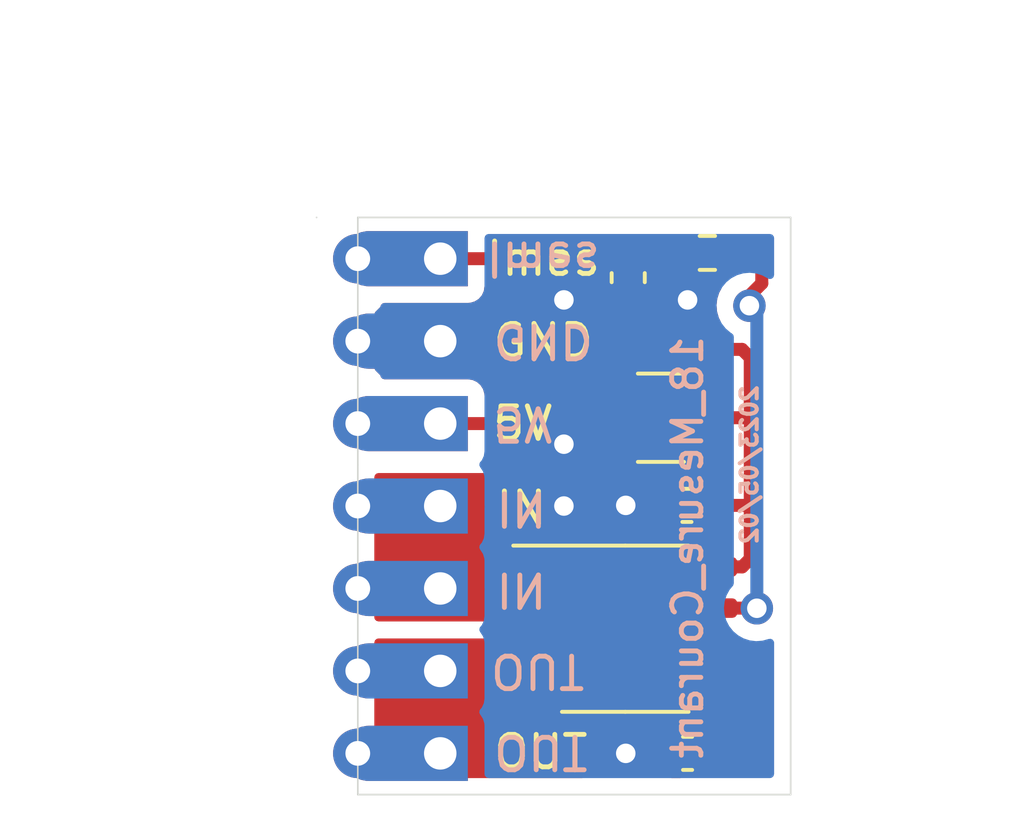
<source format=kicad_pcb>
(kicad_pcb (version 20211014) (generator pcbnew)
  (layers (0 "F.Cu" signal) (31 "B.Cu" signal) (34 "B.Paste" user) (35 "F.Paste" user) (36 "B.SilkS" user "B.Silkscreen") (37 "F.SilkS" user "F.Silkscreen") (38 "B.Mask" user) (39 "F.Mask" user) (44 "Edge.Cuts" user))
  (net 0 "")
  (net 1 "GND")
  (net 2 "5V")
  (net 3 "Net-(R1-Pad1)")
  (net 4 "I_mes")
  (net 5 "Net-(C4-Pad1)")
  (net 6 "P_IN")
  (net 7 "P_OUT")
  (footprint "Resistor_SMD:R_0603_1608Metric" (layer "F.Cu") (at 112.3696 65.8622 180)
    (fp_text reference "R1" hide)
    (fp_text value "1k")
    (fp_line (start -0.237258 -0.5225) (end 0.237258 -0.5225) (layer "F.SilkS") (width 0.12))
    (fp_line (start -0.237258 0.5225) (end 0.237258 0.5225) (layer "F.SilkS") (width 0.12))
    (pad "1" smd roundrect (at -0.825 0 180) (size 0.8 0.95) (layers "F.Cu" "F.Paste" "F.Mask") (net 3 "Net-(R1-Pad1)"))
    (pad "2" smd roundrect (at 0.825 0 180) (size 0.8 0.95) (layers "F.Cu" "F.Paste" "F.Mask") (net 4 "I_mes"))
  )
  (footprint "Capacitor_SMD:C_0603_1608Metric" (layer "F.Cu") (at 111.74 73.64 180)
    (fp_text reference "C1" hide)
    (fp_text value "50V 100nF X7R ±10%")
    (fp_line (start -0.14058 -0.51) (end 0.14058 -0.51) (layer "F.SilkS") (width 0.12))
    (fp_line (start -0.14058 0.51) (end 0.14058 0.51) (layer "F.SilkS") (width 0.12))
    (pad "1" smd roundrect (at -0.775 0 180) (size 0.9 0.95) (layers "F.Cu" "F.Paste" "F.Mask") (net 2 "5V"))
    (pad "2" smd roundrect (at 0.775 0 180) (size 0.9 0.95) (layers "F.Cu" "F.Paste" "F.Mask") (net 1 "GND"))
  )
  (footprint "Capacitor_SMD:C_1210_3225Metric" (layer "F.Cu") (at 110.94 70.94 180)
    (fp_text reference "C2" hide)
    (fp_text value "50V 10uF X7R ±10%")
    (fp_line (start -0.711252 1.36) (end 0.711252 1.36) (layer "F.SilkS") (width 0.12))
    (fp_line (start -0.711252 -1.36) (end 0.711252 -1.36) (layer "F.SilkS") (width 0.12))
    (pad "1" smd roundrect (at -1.475 0 180) (size 1.15 2.7) (layers "F.Cu" "F.Paste" "F.Mask") (roundrect_rratio 0.217391) (net 2 "5V"))
    (pad "2" smd roundrect (at 1.475 0 180) (size 1.15 2.7) (layers "F.Cu" "F.Paste" "F.Mask") (roundrect_rratio 0.217391) (net 1 "GND"))
  )
  (footprint "Capacitor_SMD:C_0603_1608Metric" (layer "F.Cu") (at 111.76 81.28 180)
    (fp_text reference "C4" hide)
    (fp_text value "50V 1nF X7R ±10%")
    (fp_line (start -0.14058 0.51) (end 0.14058 0.51) (layer "F.SilkS") (width 0.12))
    (fp_line (start -0.14058 -0.51) (end 0.14058 -0.51) (layer "F.SilkS") (width 0.12))
    (pad "1" smd roundrect (at -0.775 0 180) (size 0.9 0.95) (layers "F.Cu" "F.Paste" "F.Mask") (net 5 "Net-(C4-Pad1)"))
    (pad "2" smd roundrect (at 0.775 0 180) (size 0.9 0.95) (layers "F.Cu" "F.Paste" "F.Mask") (net 1 "GND"))
  )
  (footprint "Package_SO:SOIC-8_3.9x4.9mm_P1.27mm" (layer "F.Cu") (at 109.84 77.44)
    (fp_text reference "U1" hide)
    (fp_text value "ACS712xLCTR-20A")
    (fp_line (start 0 -2.56) (end 1.95 -2.56) (layer "F.SilkS") (width 0.12))
    (fp_line (start 0 -2.56) (end -3.45 -2.56) (layer "F.SilkS") (width 0.12))
    (fp_line (start 0 2.56) (end 1.95 2.56) (layer "F.SilkS") (width 0.12))
    (fp_line (start 0 2.56) (end -1.95 2.56) (layer "F.SilkS") (width 0.12))
    (pad "1" smd roundrect (at -2.475 -1.905) (size 1.95 0.6) (layers "F.Cu" "F.Paste" "F.Mask") (net 6 "P_IN"))
    (pad "2" smd roundrect (at -2.475 -0.635) (size 1.95 0.6) (layers "F.Cu" "F.Paste" "F.Mask") (net 6 "P_IN"))
    (pad "3" smd roundrect (at -2.475 0.635) (size 1.95 0.6) (layers "F.Cu" "F.Paste" "F.Mask") (net 7 "P_OUT"))
    (pad "4" smd roundrect (at -2.475 1.905) (size 1.95 0.6) (layers "F.Cu" "F.Paste" "F.Mask") (net 7 "P_OUT"))
    (pad "5" smd roundrect (at 2.475 1.905) (size 1.95 0.6) (layers "F.Cu" "F.Paste" "F.Mask") (net 1 "GND"))
    (pad "6" smd roundrect (at 2.475 0.635) (size 1.95 0.6) (layers "F.Cu" "F.Paste" "F.Mask") (net 5 "Net-(C4-Pad1)"))
    (pad "7" smd roundrect (at 2.475 -0.635) (size 1.95 0.6) (layers "F.Cu" "F.Paste" "F.Mask") (net 3 "Net-(R1-Pad1)"))
    (pad "8" smd roundrect (at 2.475 -1.905) (size 1.95 0.6) (layers "F.Cu" "F.Paste" "F.Mask") (net 2 "5V"))
  )
  (footprint "Chimere_mods:Castellated_conn" (layer "F.Cu") (at 104.14 66.04 180)
    (fp_text reference "J1" hide)
    (fp_text value "Conn_01x01")
    (pad "1" thru_hole custom (at 0 0 180) (size 1.7 1.7) (drill 1) (layers *.Cu *.Mask) (net 4 "I_mes") (options (clearance outline) (anchor rect)) (primitives (gr_line (start 0 0) (end 2.2 0) (width 1.7))))
    (pad "1" thru_hole circle (at 2.54 0 180) (size 1.524 1.524) (drill 0.762) (layers *.Cu *.Mask) (net 4 "I_mes"))
  )
  (footprint "Chimere_mods:Castellated_conn" (layer "F.Cu") (at 104.14 68.58 180)
    (fp_text reference "J2" hide)
    (fp_text value "Conn_01x01")
    (pad "1" thru_hole circle (at 2.54 0 180) (size 1.524 1.524) (drill 0.762) (layers *.Cu *.Mask) (net 1 "GND"))
    (pad "1" thru_hole custom (at 0 0 180) (size 1.7 1.7) (drill 1) (layers *.Cu *.Mask) (net 1 "GND") (options (clearance outline) (anchor rect)) (primitives (gr_line (start 0 0) (end 2.2 0) (width 1.7))))
  )
  (footprint "Chimere_mods:Castellated_conn" (layer "F.Cu") (at 104.14 71.12 180)
    (fp_text reference "J3" hide)
    (fp_text value "Conn_01x01")
    (pad "1" thru_hole circle (at 2.54 0 180) (size 1.524 1.524) (drill 0.762) (layers *.Cu *.Mask) (net 2 "5V"))
    (pad "1" thru_hole custom (at 0 0 180) (size 1.7 1.7) (drill 1) (layers *.Cu *.Mask) (net 2 "5V") (options (clearance outline) (anchor rect)) (primitives (gr_line (start 0 0) (end 2.2 0) (width 1.7))))
  )
  (footprint "Chimere_mods:Castellated_conn" (layer "F.Cu") (at 104.14 73.66 180)
    (fp_text reference "J4" hide)
    (fp_text value "Conn_01x01")
    (pad "1" thru_hole custom (at 0 0 180) (size 1.7 1.7) (drill 1) (layers *.Cu *.Mask) (net 6 "P_IN") (options (clearance outline) (anchor rect)) (primitives (gr_line (start 0 0) (end 2.2 0) (width 1.7))))
    (pad "1" thru_hole circle (at 2.54 0 180) (size 1.524 1.524) (drill 0.762) (layers *.Cu *.Mask) (net 6 "P_IN"))
  )
  (footprint "Chimere_mods:Castellated_conn" (layer "F.Cu") (at 104.14 76.2 180)
    (fp_text reference "J5" hide)
    (fp_text value "Conn_01x01")
    (pad "1" thru_hole circle (at 2.54 0 180) (size 1.524 1.524) (drill 0.762) (layers *.Cu *.Mask) (net 6 "P_IN"))
    (pad "1" thru_hole custom (at 0 0 180) (size 1.7 1.7) (drill 1) (layers *.Cu *.Mask) (net 6 "P_IN") (options (clearance outline) (anchor rect)) (primitives (gr_line (start 0 0) (end 2.2 0) (width 1.7))))
  )
  (footprint "Chimere_mods:Castellated_conn" (layer "F.Cu") (at 104.14 78.74 180)
    (fp_text reference "J6" hide)
    (fp_text value "Conn_01x01")
    (pad "1" thru_hole custom (at 0 0 180) (size 1.7 1.7) (drill 1) (layers *.Cu *.Mask) (net 7 "P_OUT") (options (clearance outline) (anchor rect)) (primitives (gr_line (start 0 0) (end 2.2 0) (width 1.7))))
    (pad "1" thru_hole circle (at 2.54 0 180) (size 1.524 1.524) (drill 0.762) (layers *.Cu *.Mask) (net 7 "P_OUT"))
  )
  (footprint "Chimere_mods:Castellated_conn" (layer "F.Cu") (at 104.14 81.28 180)
    (fp_text reference "J7" hide)
    (fp_text value "Conn_01x01")
    (pad "1" thru_hole circle (at 2.54 0 180) (size 1.524 1.524) (drill 0.762) (layers *.Cu *.Mask) (net 7 "P_OUT"))
    (pad "1" thru_hole custom (at 0 0 180) (size 1.7 1.7) (drill 1) (layers *.Cu *.Mask) (net 7 "P_OUT") (options (clearance outline) (anchor rect)) (primitives (gr_line (start 0 0) (end 2.2 0) (width 1.7))))
  )
  (footprint "Capacitor_SMD:C_0603_1608Metric" (layer "F.Cu") (at 109.9312 66.6242 -90)
    (fp_text reference "C3" hide)
    (fp_text value "50V 100nF X7R ±10%")
    (fp_line (start -0.14058 0.51) (end 0.14058 0.51) (layer "F.SilkS") (width 0.12))
    (fp_line (start -0.14058 -0.51) (end 0.14058 -0.51) (layer "F.SilkS") (width 0.12))
    (pad "1" smd roundrect (at -0.775 0 270) (size 0.9 0.95) (layers "F.Cu" "F.Paste" "F.Mask") (net 4 "I_mes"))
    (pad "2" smd roundrect (at 0.775 0 270) (size 0.9 0.95) (layers "F.Cu" "F.Paste" "F.Mask") (net 1 "GND"))
  )
  (gr_line (start 101.6 82.55) (end 114.935 82.55) (layer "Edge.Cuts") (width 0.05))
  (gr_line (start 101.6 82.55) (end 101.6 72.39) (layer "Edge.Cuts") (width 0.05))
  (gr_line (start 100.33 64.77) (end 100.33 64.77) (layer "Edge.Cuts") (width 0.05))
  (gr_line (start 101.6 64.77) (end 114.935 64.77) (layer "Edge.Cuts") (width 0.05))
  (gr_line (start 101.6 72.39) (end 101.6 64.77) (layer "Edge.Cuts") (width 0.05))
  (gr_line (start 114.935 64.77) (end 114.935 82.55) (layer "Edge.Cuts") (width 0.05))
  (gr_text "2023/05/02" (at 113.665 72.39 90) (layer "B.SilkS") (effects (font (size 0.5 0.5) (thickness 0.125)) (justify mirror)))
  (gr_text "GND" (at 107.315 68.58 180) (layer "B.SilkS") (effects (font (size 1 1)) (justify mirror)))
  (gr_text "5V" (at 106.68 71.12 180) (layer "B.SilkS") (effects (font (size 1 1)) (justify mirror)))
  (gr_text "IN" (at 106.64 73.74 180) (layer "B.SilkS") (effects (font (size 1 1)) (justify mirror)))
  (gr_text "OUT" (at 107.24 81.24 180) (layer "B.SilkS") (effects (font (size 1 1)) (justify mirror)))
  (gr_text "Imes" (at 107.315 66.04 180) (layer "B.SilkS") (effects (font (size 1 1)) (justify mirror)))
  (gr_text "IN" (at 106.64 76.24 180) (layer "B.SilkS") (effects (font (size 1 1)) (justify mirror)))
  (gr_text "OUT" (at 107.14 78.74 180) (layer "B.SilkS") (effects (font (size 1 1)) (justify mirror)))
  (gr_text "18_Mesure_Courant" (at 111.76 74.93 90) (layer "B.SilkS") (effects (font (size 0.9 0.9)) (justify mirror)))
  (gr_text "5V" (at 106.68 71.12) (layer "F.SilkS") (effects (font (size 1 1))))
  (gr_text "Imes" (at 107.315 66.04) (layer "F.SilkS") (effects (font (size 1 1))))
  (gr_text "IN" (at 106.64 73.74) (layer "F.SilkS") (effects (font (size 1 1))))
  (gr_text "OUT" (at 107.24 81.24) (layer "F.SilkS") (effects (font (size 1 1))))
  (gr_text "GND" (at 107.315 68.58) (layer "F.SilkS") (effects (font (size 1 1))))
  (segment (start 110.6724 79.345) (end 109.9058 80.1116) (width 0.4) (layer "F.Cu") (net 1))
  (segment (start 106.5022 68.1482) (end 106.0704 68.58) (width 0.4) (layer "F.Cu") (net 1))
  (segment (start 109.9312 67.8942) (end 109.6772 68.1482) (width 0.4) (layer "F.Cu") (net 1))
  (segment (start 109.6772 68.1482) (end 106.5022 68.1482) (width 0.4) (layer "F.Cu") (net 1))
  (segment (start 106.0704 68.58) (end 104.14 68.58) (width 0.4) (layer "F.Cu") (net 1))
  (segment (start 110.965 73.64) (end 109.44 73.64) (width 0.4) (layer "F.Cu") (net 1))
  (segment (start 112.315 79.345) (end 110.6724 79.345) (width 0.4) (layer "F.Cu") (net 1))
  (segment (start 109.44 73.64) (end 109.44 70.965) (width 0.4) (layer "F.Cu") (net 1))
  (segment (start 109.982 81.28) (end 110.985 81.28) (width 0.4) (layer "F.Cu") (net 1))
  (segment (start 109.9312 67.3992) (end 109.9312 67.8942) (width 0.4) (layer "F.Cu") (net 1))
  (segment (start 109.9058 80.1116) (end 109.9058 81.2038) (width 0.4) (layer "F.Cu") (net 1))
  (segment (start 109.44 70.965) (end 109.465 70.94) (width 0.4) (layer "F.Cu") (net 1))
  (segment (start 109.9058 81.2038) (end 109.982 81.28) (width 0.4) (layer "F.Cu") (net 1))
  (via (at 109.855 81.28) (size 1) (drill 0.6) (layers "F.Cu" "B.Cu") (net 1))
  (via (at 107.95 71.755) (size 1) (drill 0.6) (layers "F.Cu" "B.Cu") (net 1))
  (via (at 109.855 73.64) (size 1) (drill 0.6) (layers "F.Cu" "B.Cu") (net 1))
  (via (at 111.76 67.31) (size 1) (drill 0.6) (layers "F.Cu" "B.Cu") (net 1))
  (via (at 107.95 73.66) (size 1) (drill 0.6) (layers "F.Cu" "B.Cu") (net 1))
  (via (at 107.95 67.31) (size 1) (drill 0.6) (layers "F.Cu" "B.Cu") (net 1))
  (segment (start 104.14 68.58) (end 107.315 68.58) (width 0.4) (layer "B.Cu") (net 1))
  (segment (start 109.855 71.12) (end 109.855 73.64) (width 0.4) (layer "B.Cu") (net 1))
  (segment (start 107.315 68.58) (end 109.855 71.12) (width 0.4) (layer "B.Cu") (net 1))
  (segment (start 109.855 81.28) (end 109.855 73.64) (width 0.4) (layer "B.Cu") (net 1))
  (segment (start 113.6882 70.94) (end 113.6904 70.9422) (width 0.4) (layer "F.Cu") (net 2))
  (segment (start 113.6904 70.9422) (end 113.6904 73.7108) (width 0.4) (layer "F.Cu") (net 2))
  (segment (start 112.415 70.94) (end 113.6882 70.94) (width 0.4) (layer "F.Cu") (net 2))
  (segment (start 106.172 71.12) (end 108.458 68.834) (width 0.4) (layer "F.Cu") (net 2))
  (segment (start 113.6904 69.088) (end 113.6904 70.9422) (width 0.4) (layer "F.Cu") (net 2))
  (segment (start 108.458 68.834) (end 113.4364 68.834) (width 0.4) (layer "F.Cu") (net 2))
  (segment (start 113.6196 73.64) (end 113.6904 73.7108) (width 0.4) (layer "F.Cu") (net 2))
  (segment (start 113.441 75.535) (end 112.315 75.535) (width 0.4) (layer "F.Cu") (net 2))
  (segment (start 113.6904 75.2856) (end 113.441 75.535) (width 0.4) (layer "F.Cu") (net 2))
  (segment (start 113.6904 73.7108) (end 113.6904 75.2856) (width 0.4) (layer "F.Cu") (net 2))
  (segment (start 112.515 73.64) (end 113.6196 73.64) (width 0.4) (layer "F.Cu") (net 2))
  (segment (start 113.4364 68.834) (end 113.6904 69.088) (width 0.4) (layer "F.Cu") (net 2))
  (segment (start 104.14 71.12) (end 106.172 71.12) (width 0.4) (layer "F.Cu") (net 2))
  (segment (start 113.919 65.8622) (end 113.1946 65.8622) (width 0.4) (layer "F.Cu") (net 3))
  (segment (start 114.046 66.802) (end 114.046 65.9892) (width 0.4) (layer "F.Cu") (net 3))
  (segment (start 114.046 65.9892) (end 113.919 65.8622) (width 0.4) (layer "F.Cu") (net 3))
  (segment (start 113.665 67.4878) (end 113.665 67.183) (width 0.4) (layer "F.Cu") (net 3))
  (segment (start 113.665 67.183) (end 114.046 66.802) (width 0.4) (layer "F.Cu") (net 3))
  (segment (start 112.315 76.805) (end 113.889 76.805) (width 0.4) (layer "F.Cu") (net 3))
  (segment (start 113.889 76.805) (end 113.8936 76.8096) (width 0.4) (layer "F.Cu") (net 3))
  (via (at 113.8936 76.8096) (size 1) (drill 0.6) (layers "F.Cu" "B.Cu") (net 3))
  (via (at 113.665 67.4878) (size 1) (drill 0.6) (layers "F.Cu" "B.Cu") (net 3))
  (segment (start 113.8936 76.8096) (end 113.8936 67.7164) (width 0.4) (layer "B.Cu") (net 3))
  (segment (start 113.8936 67.7164) (end 113.665 67.4878) (width 0.4) (layer "B.Cu") (net 3))
  (segment (start 107.0486 65.8492) (end 106.8578 66.04) (width 0.4) (layer "F.Cu") (net 4))
  (segment (start 109.9312 65.8492) (end 107.0486 65.8492) (width 0.4) (layer "F.Cu") (net 4))
  (segment (start 111.5446 65.8622) (end 109.9442 65.8622) (width 0.4) (layer "F.Cu") (net 4))
  (segment (start 109.9442 65.8622) (end 109.9312 65.8492) (width 0.4) (layer "F.Cu") (net 4))
  (segment (start 106.8578 66.04) (end 104.14 66.04) (width 0.4) (layer "F.Cu") (net 4))
  (segment (start 113.7666 81.28) (end 113.9952 81.0514) (width 0.4) (layer "F.Cu") (net 5))
  (segment (start 113.9952 81.0514) (end 113.9952 78.2574) (width 0.4) (layer "F.Cu") (net 5))
  (segment (start 112.535 81.28) (end 113.7666 81.28) (width 0.4) (layer "F.Cu") (net 5))
  (segment (start 113.9952 78.2574) (end 113.8128 78.075) (width 0.4) (layer "F.Cu") (net 5))
  (segment (start 113.8128 78.075) (end 112.315 78.075) (width 0.4) (layer "F.Cu") (net 5))
  (segment (start 104.805 75.535) (end 104.14 76.2) (width 0.4) (layer "F.Cu") (net 6))
  (segment (start 107.365 76.805) (end 104.745 76.805) (width 0.4) (layer "F.Cu") (net 6))
  (segment (start 106.015 75.535) (end 104.14 73.66) (width 0.4) (layer "F.Cu") (net 6))
  (segment (start 107.365 75.535) (end 104.805 75.535) (width 0.4) (layer "F.Cu") (net 6))
  (segment (start 107.365 75.535) (end 106.015 75.535) (width 0.4) (layer "F.Cu") (net 6))
  (segment (start 104.745 76.805) (end 104.14 76.2) (width 0.4) (layer "F.Cu") (net 6))
  (segment (start 105.935 79.485) (end 105.935 79.345) (width 0.4) (layer "F.Cu") (net 7))
  (segment (start 105.935 79.345) (end 104.745 79.345) (width 0.4) (layer "F.Cu") (net 7))
  (segment (start 104.14 81.28) (end 105.935 79.485) (width 0.4) (layer "F.Cu") (net 7))
  (segment (start 107.365 78.075) (end 104.805 78.075) (width 0.4) (layer "F.Cu") (net 7))
  (segment (start 104.745 79.345) (end 104.14 78.74) (width 0.4) (layer "F.Cu") (net 7))
  (segment (start 104.805 78.075) (end 104.14 78.74) (width 0.4) (layer "F.Cu") (net 7))
  (segment (start 107.365 79.345) (end 105.935 79.345) (width 0.4) (layer "F.Cu") (net 7))
  (zone (net 7) (net_name "P_OUT") (layer "F.Cu") (connect_pads yes (clearance 0.508)) (min_thickness 0.254) (fill yes (thermal_gap 0.508) (thermal_bridge_width 0.508))
    (polygon (pts (xy 108.64 83.24) (xy 101.14 83.24) (xy 101.14 77.74) (xy 108.64 77.74)))
  )
  (zone (net 1) (net_name "GND") (layer "F.Cu") (connect_pads yes (clearance 0.508)) (min_thickness 0.254) (fill yes (thermal_gap 0.508) (thermal_bridge_width 0.508))
    (polygon (pts (xy 122.14 82.74) (xy 111.14 82.74) (xy 111.14 69.74) (xy 122.14 69.74)))
  )
  (zone (net 6) (net_name "P_IN") (layer "F.Cu") (connect_pads yes (clearance 0.508)) (min_thickness 0.254) (fill yes (thermal_gap 0.508) (thermal_bridge_width 0.508))
    (polygon (pts (xy 105.918 74.422) (xy 106.426 74.93) (xy 108.712 74.93) (xy 108.712 77.216) (xy 100.584 77.216) (xy 100.584 72.644) (xy 105.918 72.644)))
  )
  (zone (net 1) (net_name "GND") (layer "F.Cu") (connect_pads (clearance 0.508)) (min_thickness 0.254) (fill yes (thermal_gap 0.508) (thermal_bridge_width 0.508))
    (polygon (pts (xy 111.76 74.295) (xy 107.315 74.295) (xy 107.315 69.85) (xy 111.74 69.85)))
  )
  (zone (net 1) (net_name "GND") (layer "F.Cu") (connect_pads (clearance 0.508)) (min_thickness 0.254) (fill yes (thermal_gap 0.508) (thermal_bridge_width 0.508))
    (polygon (pts (xy 121.14 70.74) (xy 100.14 70.74) (xy 100.14 61.74) (xy 121.14 61.74)))
  )
  (zone (net 1) (net_name "GND") (layer "B.Cu") (connect_pads (clearance 0.508)) (min_thickness 0.254) (fill yes (thermal_gap 0.508) (thermal_bridge_width 0.508))
    (polygon (pts (xy 121.92 83.82) (xy 99.06 83.82) (xy 99.06 60.96) (xy 121.92 60.96)))
  )
)
</source>
